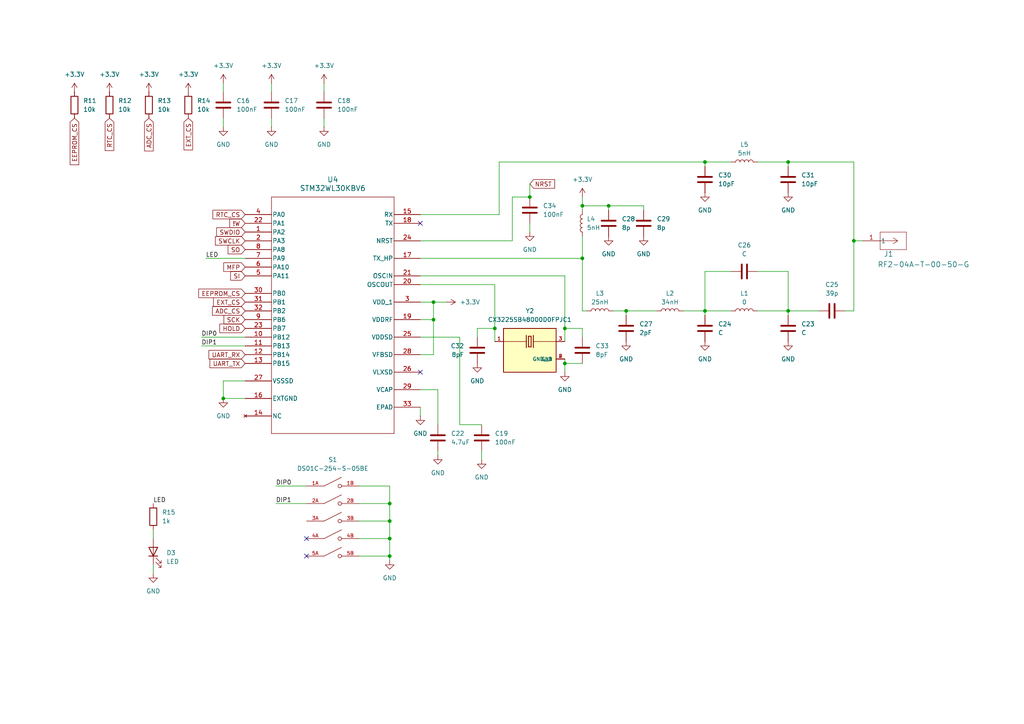
<source format=kicad_sch>
(kicad_sch (version 20250114) (generator "eeschema") (generator_version "9.0")
  (paper "A4")
  (lib_symbols
    (symbol "CX3225SB48000D0FPJC1:CX3225SB48000D0FPJC1" (pin_names (offset 1.016))
      (property "Reference" "Y" (at -7.6372 7.6315 0))
      (property "Value" "CX3225SB48000D0FPJC1" (at -7.6305 -8.8987 0))
      (symbol "CX3225SB48000D0FPJC1_0_0"
        (rectangle (start -7.62 -6.35) (end 7.62 6.35) (stroke (width 0.254)) (fill (type background)))
        (polyline (pts (xy -1.016 4.318) (xy -1.016 0.762)) (stroke (width 0.254)))
        (polyline (pts (xy -1.016 2.54) (xy -7.62 2.54)) (stroke (width 0.1524)))
        (polyline (pts (xy -0.381 4.064) (xy -0.381 1.016)) (stroke (width 0.254)))
        (polyline (pts (xy -0.381 1.016) (xy 0.381 1.016)) (stroke (width 0.254)))
        (polyline (pts (xy 0.381 4.064) (xy -0.381 4.064)) (stroke (width 0.254)))
        (polyline (pts (xy 0.381 1.016) (xy 0.381 4.064)) (stroke (width 0.254)))
        (polyline (pts (xy 1.016 4.318) (xy 1.016 0.762)) (stroke (width 0.254)))
        (polyline (pts (xy 1.016 2.54) (xy 7.62 2.54)) (stroke (width 0.1524)))
        (pin passive line (at -10.16 2.54 0) (length 2.54) (name "~") (number "1"))
        (pin passive line (at 10.16 2.54 180) (length 2.54) (name "~") (number "3"))
        (pin power_in line (at 10.16 -2.54 180) (length 2.54) (name "GND") (number "2"))
        (pin power_in line (at 10.16 -2.54 180) (length 2.54) (name "GND__1") (number "4"))
      )
    )
    (symbol "DS01C-254-S-05BE:DS01C-254-S-05BE" (pin_names (offset 1.016))
      (property "Reference" "S" (at -5.08 15.24 0))
      (property "Value" "DS01C-254-S-05BE" (at -5.08 -15.24 0))
      (symbol "DS01C-254-S-05BE_0_0"
        (polyline (pts (xy -2.54 10.16) (xy 2.54 12.7)) (stroke (width 0.1524)))
        (polyline (pts (xy -2.54 5.08) (xy 2.54 7.62)) (stroke (width 0.1524)))
        (polyline (pts (xy -2.54 0) (xy 2.54 2.54)) (stroke (width 0.1524)))
        (polyline (pts (xy -2.54 -5.08) (xy 2.54 -2.54)) (stroke (width 0.1524)))
        (polyline (pts (xy -2.54 -10.16) (xy 2.54 -7.62)) (stroke (width 0.1524)))
        (circle (center 2.032 10.16) (radius 0.508) (stroke (width 0.1524)))
        (circle (center 2.032 5.08) (radius 0.508) (stroke (width 0.1524)))
        (circle (center 2.032 0) (radius 0.508) (stroke (width 0.1524)))
        (circle (center 2.032 -5.08) (radius 0.508) (stroke (width 0.1524)))
        (circle (center 2.032 -10.16) (radius 0.508) (stroke (width 0.1524)))
        (pin passive line (at -7.62 10.16 0) (length 5.08) (name "~") (number "1A"))
        (pin passive line (at -7.62 5.08 0) (length 5.08) (name "~") (number "2A"))
        (pin passive line (at -7.62 0 0) (length 5.08) (name "~") (number "3A"))
        (pin passive line (at -7.62 -5.08 0) (length 5.08) (name "~") (number "4A"))
        (pin passive line (at -7.62 -10.16 0) (length 5.08) (name "~") (number "5A"))
        (pin passive line (at 7.62 10.16 180) (length 5.08) (name "~") (number "1B"))
        (pin passive line (at 7.62 5.08 180) (length 5.08) (name "~") (number "2B"))
        (pin passive line (at 7.62 0 180) (length 5.08) (name "~") (number "3B"))
        (pin passive line (at 7.62 -5.08 180) (length 5.08) (name "~") (number "4B"))
        (pin passive line (at 7.62 -10.16 180) (length 5.08) (name "~") (number "5B"))
      )
    )
    (symbol "Device:C" (pin_numbers (hide yes)) (pin_names (offset 0.254))
      (property "Reference" "C" (at 0.635 2.54 0))
      (property "Value" "C" (at 0.635 -2.54 0))
      (symbol "C_0_1"
        (polyline (pts (xy -2.032 0.762) (xy 2.032 0.762)) (stroke (width 0.508)))
        (polyline (pts (xy -2.032 -0.762) (xy 2.032 -0.762)) (stroke (width 0.508)))
      )
      (symbol "C_1_1"
        (pin passive line (at 0 3.81 270) (length 2.794) (name "~") (number "1"))
        (pin passive line (at 0 -3.81 90) (length 2.794) (name "~") (number "2"))
      )
    )
    (symbol "Device:L" (pin_numbers (hide yes)) (pin_names (offset 1.016) (hide yes))
      (property "Reference" "L" (at -1.27 0 90))
      (property "Value" "L" (at 1.905 0 90))
      (symbol "L_0_1"
        (arc (start 0 2.54) (mid 0.6323 1.905) (end 0 1.27))
        (arc (start 0 1.27) (mid 0.6323 0.635) (end 0 0))
        (arc (start 0 0) (mid 0.6323 -0.635) (end 0 -1.27))
        (arc (start 0 -1.27) (mid 0.6323 -1.905) (end 0 -2.54))
      )
      (symbol "L_1_1"
        (pin passive line (at 0 3.81 270) (length 1.27) (name "1") (number "1"))
        (pin passive line (at 0 -3.81 90) (length 1.27) (name "2") (number "2"))
      )
    )
    (symbol "Device:LED" (pin_numbers (hide yes)) (pin_names (offset 1.016) (hide yes))
      (property "Reference" "D" (at 0 2.54 0))
      (property "Value" "LED" (at 0 -2.54 0))
      (symbol "LED_0_1"
        (polyline (pts (xy -3.048 -0.762) (xy -4.572 -2.286) (xy -3.81 -2.286) (xy -4.572 -2.286) (xy -4.572 -1.524)))
        (polyline (pts (xy -1.778 -0.762) (xy -3.302 -2.286) (xy -2.54 -2.286) (xy -3.302 -2.286) (xy -3.302 -1.524)))
        (polyline (pts (xy -1.27 0) (xy 1.27 0)))
        (polyline (pts (xy -1.27 -1.27) (xy -1.27 1.27)) (stroke (width 0.254)))
        (polyline (pts (xy 1.27 -1.27) (xy 1.27 1.27) (xy -1.27 0) (xy 1.27 -1.27)) (stroke (width 0.254)))
      )
      (symbol "LED_1_1"
        (pin passive line (at -3.81 0 0) (length 2.54) (name "K") (number "1"))
        (pin passive line (at 3.81 0 180) (length 2.54) (name "A") (number "2"))
      )
    )
    (symbol "Device:R" (pin_numbers (hide yes)) (pin_names (offset 0))
      (property "Reference" "R" (at 2.032 0 90))
      (property "Value" "R" (at 0 0 90))
      (symbol "R_0_1"
        (rectangle (start -1.016 -2.54) (end 1.016 2.54) (stroke (width 0.254)))
      )
      (symbol "R_1_1"
        (pin passive line (at 0 3.81 270) (length 1.27) (name "~") (number "1"))
        (pin passive line (at 0 -3.81 90) (length 1.27) (name "~") (number "2"))
      )
    )
    (symbol "RF2_04A_T_00_50_G:RF2-04A-T-00-50-G" (pin_names (offset 0.254))
      (property "Reference" "J" (at 8.89 6.35 0))
      (property "Value" "RF2-04A-T-00-50-G" (at 0 0 0))
      (symbol "RF2-04A-T-00-50-G_1_1"
        (polyline (pts (xy 5.08 2.54) (xy 5.08 -2.54)) (stroke (width 0.127)))
        (polyline (pts (xy 5.08 -2.54) (xy 12.7 -2.54)) (stroke (width 0.127)))
        (polyline (pts (xy 10.16 0) (xy 5.08 0)) (stroke (width 0.127)))
        (polyline (pts (xy 10.16 0) (xy 8.89 0.8467)) (stroke (width 0.127)))
        (polyline (pts (xy 10.16 0) (xy 8.89 -0.8467)) (stroke (width 0.127)))
        (polyline (pts (xy 12.7 2.54) (xy 5.08 2.54)) (stroke (width 0.127)))
        (polyline (pts (xy 12.7 -2.54) (xy 12.7 2.54)) (stroke (width 0.127)))
        (pin unspecified line (at 0 0 0) (length 5.08) (name "1") (number "1"))
      )
      (symbol "RF2-04A-T-00-50-G_1_2"
        (polyline (pts (xy 5.08 2.54) (xy 5.08 -2.54)) (stroke (width 0.127)))
        (polyline (pts (xy 5.08 -2.54) (xy 12.7 -2.54)) (stroke (width 0.127)))
        (polyline (pts (xy 7.62 0) (xy 5.08 0)) (stroke (width 0.127)))
        (polyline (pts (xy 7.62 0) (xy 8.89 0.8467)) (stroke (width 0.127)))
        (polyline (pts (xy 7.62 0) (xy 8.89 -0.8467)) (stroke (width 0.127)))
        (polyline (pts (xy 12.7 2.54) (xy 5.08 2.54)) (stroke (width 0.127)))
        (polyline (pts (xy 12.7 -2.54) (xy 12.7 2.54)) (stroke (width 0.127)))
        (pin unspecified line (at 0 0 0) (length 5.08) (name "1") (number "1"))
      )
    )
    (symbol "STM32WL30KBV6:STM32WL30KBV6" (pin_names (offset 0.254))
      (property "Reference" "U" (at 25.4 10.16 0))
      (property "Value" "STM32WL30KBV6" (at 25.4 7.62 0))
      (symbol "STM32WL30KBV6_0_1"
        (polyline (pts (xy 7.62 5.08) (xy 7.62 -63.5)))
        (polyline (pts (xy 7.62 -63.5) (xy 43.18 -63.5)))
        (polyline (pts (xy 43.18 5.08) (xy 7.62 5.08)))
        (polyline (pts (xy 43.18 -63.5) (xy 43.18 5.08)))
        (pin bidirectional line (at 0 0 0) (length 7.62) (name "PA0") (number "4"))
        (pin bidirectional line (at 0 -2.54 0) (length 7.62) (name "PA1") (number "22"))
        (pin bidirectional line (at 0 -5.08 0) (length 7.62) (name "PA2") (number "1"))
        (pin bidirectional line (at 0 -7.62 0) (length 7.62) (name "PA3") (number "2"))
        (pin bidirectional line (at 0 -10.16 0) (length 7.62) (name "PA8") (number "8"))
        (pin bidirectional line (at 0 -12.7 0) (length 7.62) (name "PA9") (number "7"))
        (pin bidirectional line (at 0 -15.24 0) (length 7.62) (name "PA10") (number "6"))
        (pin bidirectional line (at 0 -17.78 0) (length 7.62) (name "PA11") (number "5"))
        (pin bidirectional line (at 0 -22.86 0) (length 7.62) (name "PB0") (number "30"))
        (pin bidirectional line (at 0 -25.4 0) (length 7.62) (name "PB1") (number "31"))
        (pin bidirectional line (at 0 -27.94 0) (length 7.62) (name "PB2") (number "32"))
        (pin bidirectional line (at 0 -30.48 0) (length 7.62) (name "PB6") (number "9"))
        (pin bidirectional line (at 0 -33.02 0) (length 7.62) (name "PB7") (number "23"))
        (pin bidirectional line (at 0 -35.56 0) (length 7.62) (name "PB12") (number "10"))
        (pin bidirectional line (at 0 -38.1 0) (length 7.62) (name "PB13") (number "11"))
        (pin bidirectional line (at 0 -40.64 0) (length 7.62) (name "PB14") (number "12"))
        (pin bidirectional line (at 0 -43.18 0) (length 7.62) (name "PB15") (number "13"))
        (pin power_in line (at 0 -48.26 0) (length 7.62) (name "VSSSD") (number "27"))
        (pin power_in line (at 0 -53.34 0) (length 7.62) (name "EXTGND") (number "16"))
        (pin no_connect line (at 0 -58.42 0) (length 7.62) (name "NC") (number "14"))
        (pin unspecified line (at 50.8 0 180) (length 7.62) (name "RX") (number "15"))
        (pin unspecified line (at 50.8 -2.54 180) (length 7.62) (name "TX") (number "18"))
        (pin bidirectional line (at 50.8 -7.62 180) (length 7.62) (name "NRST") (number "24"))
        (pin unspecified line (at 50.8 -12.7 180) (length 7.62) (name "TX_HP") (number "17"))
        (pin input line (at 50.8 -17.78 180) (length 7.62) (name "OSCIN") (number "21"))
        (pin output line (at 50.8 -20.32 180) (length 7.62) (name "OSCOUT") (number "20"))
        (pin power_in line (at 50.8 -25.4 180) (length 7.62) (name "VDD_1") (number "3"))
        (pin power_in line (at 50.8 -30.48 180) (length 7.62) (name "VDDRF") (number "19"))
        (pin power_in line (at 50.8 -35.56 180) (length 7.62) (name "VDDSD") (number "25"))
        (pin power_in line (at 50.8 -40.64 180) (length 7.62) (name "VFBSD") (number "28"))
        (pin power_in line (at 50.8 -45.72 180) (length 7.62) (name "VLXSD") (number "26"))
        (pin power_in line (at 50.8 -50.8 180) (length 7.62) (name "VCAP") (number "29"))
        (pin unspecified line (at 50.8 -55.88 180) (length 7.62) (name "EPAD") (number "33"))
      )
    )
    (symbol "power:+3.3V" (power) (pin_numbers (hide yes)) (pin_names (offset 0) (hide yes))
      (property "Value" "+3.3V" (at 0 3.556 0))
      (symbol "+3.3V_0_1"
        (polyline (pts (xy -0.762 1.27) (xy 0 2.54)))
        (polyline (pts (xy 0 2.54) (xy 0.762 1.27)))
        (polyline (pts (xy 0 0) (xy 0 2.54)))
      )
      (symbol "+3.3V_1_1"
        (pin power_in line (at 0 0 90) (length 0) (name "~") (number "1"))
      )
    )
    (symbol "power:GND" (power) (pin_numbers (hide yes)) (pin_names (offset 0) (hide yes))
      (property "Value" "GND" (at 0 -3.81 0))
      (symbol "GND_0_1"
        (polyline (pts (xy 0 0) (xy 0 -1.27) (xy 1.27 -1.27) (xy 0 -2.54) (xy -1.27 -1.27) (xy 0 -1.27)))
      )
      (symbol "GND_1_1"
        (pin power_in line (at 0 0 270) (length 0) (name "~") (number "1"))
      )
    )
  )
  (junction (at 247.65 69.85))
  (junction (at 168.91 59.69))
  (junction (at 113.03 156.21))
  (junction (at 153.67 57.15))
  (junction (at 163.83 105.41))
  (junction (at 125.73 92.71))
  (junction (at 228.6 90.17))
  (junction (at 181.61 90.17))
  (junction (at 113.03 151.13))
  (junction (at 125.73 87.63))
  (junction (at 113.03 146.05))
  (junction (at 64.77 115.57))
  (junction (at 143.51 95.25))
  (junction (at 168.91 74.93))
  (junction (at 228.6 46.99))
  (junction (at 113.03 161.29))
  (junction (at 163.83 95.25))
  (junction (at 204.47 90.17))
  (junction (at 176.53 59.69))
  (junction (at 204.47 46.99))
  (no_connect (at 88.9 156.21))
  (no_connect (at 121.92 107.95))
  (no_connect (at 121.92 64.77))
  (no_connect (at 88.9 161.29))
  (wire (pts (xy 127 123.19) (xy 127 113.03)))
  (wire (pts (xy 204.47 90.17) (xy 212.09 90.17)))
  (wire (pts (xy 168.91 90.17) (xy 170.18 90.17)))
  (wire (pts (xy 125.73 102.87) (xy 121.92 102.87)))
  (wire (pts (xy 153.67 64.77) (xy 153.67 67.31)))
  (wire (pts (xy 58.42 97.79) (xy 71.12 97.79)))
  (wire (pts (xy 176.53 60.96) (xy 176.53 59.69)))
  (wire (pts (xy 153.67 53.34) (xy 153.67 57.15)))
  (wire (pts (xy 138.43 97.79) (xy 138.43 95.25)))
  (wire (pts (xy 104.14 151.13) (xy 113.03 151.13)))
  (wire (pts (xy 204.47 90.17) (xy 204.47 91.44)))
  (wire (pts (xy 168.91 90.17) (xy 168.91 74.93)))
  (wire (pts (xy 247.65 69.85) (xy 247.65 46.99)))
  (wire (pts (xy 44.45 153.67) (xy 44.45 156.21)))
  (wire (pts (xy 93.98 34.29) (xy 93.98 36.83)))
  (wire (pts (xy 163.83 80.01) (xy 163.83 95.25)))
  (wire (pts (xy 143.51 95.25) (xy 143.51 82.55)))
  (wire (pts (xy 138.43 95.25) (xy 143.51 95.25)))
  (wire (pts (xy 148.59 57.15) (xy 148.59 69.85)))
  (wire (pts (xy 143.51 99.06) (xy 143.51 95.25)))
  (wire (pts (xy 127 113.03) (xy 121.92 113.03)))
  (wire (pts (xy 228.6 90.17) (xy 237.49 90.17)))
  (wire (pts (xy 148.59 57.15) (xy 153.67 57.15)))
  (wire (pts (xy 93.98 24.13) (xy 93.98 26.67)))
  (wire (pts (xy 64.77 24.13) (xy 64.77 26.67)))
  (wire (pts (xy 127 130.81) (xy 127 132.08)))
  (wire (pts (xy 78.74 24.13) (xy 78.74 26.67)))
  (wire (pts (xy 247.65 90.17) (xy 247.65 69.85)))
  (wire (pts (xy 133.35 97.79) (xy 133.35 123.19)))
  (wire (pts (xy 148.59 69.85) (xy 121.92 69.85)))
  (wire (pts (xy 168.91 57.15) (xy 168.91 59.69)))
  (wire (pts (xy 64.77 34.29) (xy 64.77 36.83)))
  (wire (pts (xy 168.91 97.79) (xy 168.91 95.25)))
  (wire (pts (xy 113.03 146.05) (xy 113.03 151.13)))
  (wire (pts (xy 113.03 156.21) (xy 104.14 156.21)))
  (wire (pts (xy 59.69 74.93) (xy 71.12 74.93)))
  (wire (pts (xy 139.7 130.81) (xy 139.7 133.35)))
  (wire (pts (xy 190.5 90.17) (xy 181.61 90.17)))
  (wire (pts (xy 113.03 161.29) (xy 113.03 162.56)))
  (wire (pts (xy 113.03 140.97) (xy 113.03 146.05)))
  (wire (pts (xy 212.09 78.74) (xy 204.47 78.74)))
  (wire (pts (xy 228.6 46.99) (xy 228.6 48.26)))
  (wire (pts (xy 247.65 69.85) (xy 250.19 69.85)))
  (wire (pts (xy 204.47 46.99) (xy 212.09 46.99)))
  (wire (pts (xy 168.91 59.69) (xy 176.53 59.69)))
  (wire (pts (xy 71.12 110.49) (xy 64.77 110.49)))
  (wire (pts (xy 168.91 74.93) (xy 121.92 74.93)))
  (wire (pts (xy 104.14 140.97) (xy 113.03 140.97)))
  (wire (pts (xy 163.83 105.41) (xy 163.83 104.14)))
  (wire (pts (xy 144.78 62.23) (xy 144.78 46.99)))
  (wire (pts (xy 121.92 87.63) (xy 125.73 87.63)))
  (wire (pts (xy 64.77 115.57) (xy 71.12 115.57)))
  (wire (pts (xy 163.83 80.01) (xy 121.92 80.01)))
  (wire (pts (xy 121.92 62.23) (xy 144.78 62.23)))
  (wire (pts (xy 204.47 78.74) (xy 204.47 90.17)))
  (wire (pts (xy 228.6 78.74) (xy 228.6 90.17)))
  (wire (pts (xy 168.91 68.58) (xy 168.91 74.93)))
  (wire (pts (xy 44.45 166.37) (xy 44.45 163.83)))
  (wire (pts (xy 198.12 90.17) (xy 204.47 90.17)))
  (wire (pts (xy 58.42 100.33) (xy 71.12 100.33)))
  (wire (pts (xy 144.78 46.99) (xy 204.47 46.99)))
  (wire (pts (xy 168.91 95.25) (xy 163.83 95.25)))
  (wire (pts (xy 163.83 107.95) (xy 163.83 105.41)))
  (wire (pts (xy 113.03 161.29) (xy 113.03 156.21)))
  (wire (pts (xy 186.69 59.69) (xy 176.53 59.69)))
  (wire (pts (xy 125.73 92.71) (xy 125.73 102.87)))
  (wire (pts (xy 125.73 87.63) (xy 129.54 87.63)))
  (wire (pts (xy 219.71 90.17) (xy 228.6 90.17)))
  (wire (pts (xy 113.03 151.13) (xy 113.03 156.21)))
  (wire (pts (xy 133.35 123.19) (xy 139.7 123.19)))
  (wire (pts (xy 219.71 46.99) (xy 228.6 46.99)))
  (wire (pts (xy 186.69 60.96) (xy 186.69 59.69)))
  (wire (pts (xy 247.65 46.99) (xy 228.6 46.99)))
  (wire (pts (xy 143.51 82.55) (xy 121.92 82.55)))
  (wire (pts (xy 121.92 118.11) (xy 121.92 120.65)))
  (wire (pts (xy 121.92 92.71) (xy 125.73 92.71)))
  (wire (pts (xy 80.01 146.05) (xy 88.9 146.05)))
  (wire (pts (xy 64.77 110.49) (xy 64.77 115.57)))
  (wire (pts (xy 80.01 140.97) (xy 88.9 140.97)))
  (wire (pts (xy 204.47 46.99) (xy 204.47 48.26)))
  (wire (pts (xy 177.8 90.17) (xy 181.61 90.17)))
  (wire (pts (xy 245.11 90.17) (xy 247.65 90.17)))
  (wire (pts (xy 125.73 92.71) (xy 125.73 87.63)))
  (wire (pts (xy 121.92 97.79) (xy 133.35 97.79)))
  (wire (pts (xy 181.61 90.17) (xy 181.61 91.44)))
  (wire (pts (xy 219.71 78.74) (xy 228.6 78.74)))
  (wire (pts (xy 168.91 59.69) (xy 168.91 60.96)))
  (wire (pts (xy 104.14 146.05) (xy 113.03 146.05)))
  (wire (pts (xy 104.14 161.29) (xy 113.03 161.29)))
  (wire (pts (xy 163.83 99.06) (xy 163.83 95.25)))
  (wire (pts (xy 78.74 34.29) (xy 78.74 36.83)))
  (wire (pts (xy 228.6 90.17) (xy 228.6 91.44)))
  (wire (pts (xy 163.83 105.41) (xy 168.91 105.41)))
  (label "LED" (at 59.69 74.93 0))
  (label "DIP1" (at 80.01 146.05 0))
  (label "DIP0" (at 58.42 97.79 0))
  (label "DIP0" (at 80.01 140.97 0))
  (label "DIP1" (at 58.42 100.33 0))
  (label "LED" (at 44.45 146.05 0))
  (global_label "SO" (shape input) (at 71.12 72.39 180) (property "Intersheetrefs" "${INTERSHEET_REFS}" (effects (hide yes))))
  (global_label "EEPROM_CS" (shape input) (at 21.59 34.29 270) (property "Intersheetrefs" "${INTERSHEET_REFS}" (effects (hide yes))))
  (global_label "UART_RX" (shape input) (at 71.12 102.87 180) (property "Intersheetrefs" "${INTERSHEET_REFS}" (effects (hide yes))))
  (global_label "SWCLK" (shape input) (at 71.12 69.85 180) (property "Intersheetrefs" "${INTERSHEET_REFS}" (effects (hide yes))))
  (global_label "ADC_CS" (shape input) (at 43.18 34.29 270) (property "Intersheetrefs" "${INTERSHEET_REFS}" (effects (hide yes))))
  (global_label "EXT_CS" (shape input) (at 54.61 34.29 270) (property "Intersheetrefs" "${INTERSHEET_REFS}" (effects (hide yes))))
  (global_label "HOLD" (shape input) (at 71.12 95.25 180) (property "Intersheetrefs" "${INTERSHEET_REFS}" (effects (hide yes))))
  (global_label "MFP" (shape input) (at 71.12 77.47 180) (property "Intersheetrefs" "${INTERSHEET_REFS}" (effects (hide yes))))
  (global_label "RTC_CS" (shape input) (at 31.75 34.29 270) (property "Intersheetrefs" "${INTERSHEET_REFS}" (effects (hide yes))))
  (global_label "SI" (shape input) (at 71.12 80.01 180) (property "Intersheetrefs" "${INTERSHEET_REFS}" (effects (hide yes))))
  (global_label "SWDIO" (shape input) (at 71.12 67.31 180) (property "Intersheetrefs" "${INTERSHEET_REFS}" (effects (hide yes))))
  (global_label "UART_TX" (shape input) (at 71.12 105.41 180) (property "Intersheetrefs" "${INTERSHEET_REFS}" (effects (hide yes))))
  (global_label "EEPROM_CS" (shape input) (at 71.12 85.09 180) (property "Intersheetrefs" "${INTERSHEET_REFS}" (effects (hide yes))))
  (global_label "ADC_CS" (shape input) (at 71.12 90.17 180) (property "Intersheetrefs" "${INTERSHEET_REFS}" (effects (hide yes))))
  (global_label "!W" (shape input) (at 71.12 64.77 180) (property "Intersheetrefs" "${INTERSHEET_REFS}" (effects (hide yes))))
  (global_label "RTC_CS" (shape input) (at 71.12 62.23 180) (property "Intersheetrefs" "${INTERSHEET_REFS}" (effects (hide yes))))
  (global_label "EXT_CS" (shape input) (at 71.12 87.63 180) (property "Intersheetrefs" "${INTERSHEET_REFS}" (effects (hide yes))))
  (global_label "SCK" (shape input) (at 71.12 92.71 180) (property "Intersheetrefs" "${INTERSHEET_REFS}" (effects (hide yes))))
  (global_label "NRST" (shape input) (at 153.67 53.34 0) (property "Intersheetrefs" "${INTERSHEET_REFS}" (effects (hide yes))))
  (symbol (lib_id "Device:R") (at 54.61 30.48 0) (unit 1)
    (property "Reference" "R14" (at 57.15 29.2099 0) (effects (justify left)))
    (property "Value" "10k" (at 57.15 31.7499 0) (effects (justify left)))
    (property "Footprint" "Resistor_SMD:R_0603_1608Metric_Pad0.98x0.95mm_HandSolder" (effects (hide yes)))
    (property "Description" "Resistor" (effects (hide yes)))
  )
  (symbol (lib_id "Device:C") (at 215.9 78.74 90) (unit 1)
    (property "Reference" "C26" (at 215.9 71.12 90))
    (property "Value" "C" (at 215.9 73.66 90))
    (property "Footprint" "Capacitor_SMD:C_0603_1608Metric_Pad1.08x0.95mm_HandSolder" (effects (hide yes)))
    (property "Description" "Unpolarized capacitor" (effects (hide yes)))
  )
  (symbol (lib_id "power:+3.3V") (at 21.59 26.67 0) (unit 1)
    (property "Reference" "#PWR061" (effects (hide yes)))
    (property "Value" "+3.3V" (at 21.59 21.59 0))
    (property "Description" "Power symbol creates a global label with name \"+3.3V\"" (effects (hide yes)))
  )
  (symbol (lib_id "Device:C") (at 204.47 52.07 0) (unit 1)
    (property "Reference" "C30" (at 208.28 50.7999 0) (effects (justify left)))
    (property "Value" "10pF" (at 208.28 53.3399 0) (effects (justify left)))
    (property "Footprint" "Capacitor_SMD:C_0603_1608Metric_Pad1.08x0.95mm_HandSolder" (effects (hide yes)))
    (property "Description" "Unpolarized capacitor" (effects (hide yes)))
  )
  (symbol (lib_id "power:GND") (at 93.98 36.83 0) (unit 1)
    (property "Reference" "#PWR040" (effects (hide yes)))
    (property "Value" "GND" (at 93.98 41.91 0))
    (property "Description" "Power symbol creates a global label with name \"GND\" , ground" (effects (hide yes)))
  )
  (symbol (lib_id "power:+3.3V") (at 93.98 24.13 0) (unit 1)
    (property "Reference" "#PWR039" (effects (hide yes)))
    (property "Value" "+3.3V" (at 93.98 19.05 0))
    (property "Description" "Power symbol creates a global label with name \"+3.3V\"" (effects (hide yes)))
  )
  (symbol (lib_id "power:GND") (at 153.67 67.31 0) (unit 1)
    (property "Reference" "#PWR082" (effects (hide yes)))
    (property "Value" "GND" (at 153.67 72.39 0))
    (property "Description" "Power symbol creates a global label with name \"GND\" , ground" (effects (hide yes)))
  )
  (symbol (lib_id "Device:R") (at 21.59 30.48 0) (unit 1)
    (property "Reference" "R11" (at 24.13 29.2099 0) (effects (justify left)))
    (property "Value" "10k" (at 24.13 31.7499 0) (effects (justify left)))
    (property "Footprint" "Resistor_SMD:R_0603_1608Metric_Pad0.98x0.95mm_HandSolder" (effects (hide yes)))
    (property "Description" "Resistor" (effects (hide yes)))
  )
  (symbol (lib_id "Device:C") (at 127 127 0) (unit 1)
    (property "Reference" "C22" (at 130.81 125.7299 0) (effects (justify left)))
    (property "Value" "4.7uF" (at 130.81 128.2699 0) (effects (justify left)))
    (property "Footprint" "Capacitor_SMD:C_0603_1608Metric_Pad1.08x0.95mm_HandSolder" (effects (hide yes)))
    (property "Description" "Unpolarized capacitor" (effects (hide yes)))
  )
  (symbol (lib_id "power:+3.3V") (at 64.77 24.13 0) (unit 1)
    (property "Reference" "#PWR035" (effects (hide yes)))
    (property "Value" "+3.3V" (at 64.77 19.05 0))
    (property "Description" "Power symbol creates a global label with name \"+3.3V\"" (effects (hide yes)))
  )
  (symbol (lib_id "Device:R") (at 43.18 30.48 0) (unit 1)
    (property "Reference" "R13" (at 45.72 29.2099 0) (effects (justify left)))
    (property "Value" "10k" (at 45.72 31.7499 0) (effects (justify left)))
    (property "Footprint" "Resistor_SMD:R_0603_1608Metric_Pad0.98x0.95mm_HandSolder" (effects (hide yes)))
    (property "Description" "Resistor" (effects (hide yes)))
  )
  (symbol (lib_id "CX3225SB48000D0FPJC1:CX3225SB48000D0FPJC1") (at 153.67 101.6 0) (unit 1)
    (property "Reference" "Y2" (at 153.67 90.17 0))
    (property "Value" "CX3225SB48000D0FPJC1" (at 153.67 92.71 0))
    (property "Footprint" "Footprints:OSCCC320X250X60N" (effects (hide yes)))
    (property "MF" "Kyocera International" (effects (hide yes)))
    (property "DESCRIPTION" "Crystal 25.0000mhz 8pf Smd" (effects (hide yes)))
    (property "PACKAGE" "SMD-4 AVX / Kyocera" (effects (hide yes)))
    (property "PRICE" "None" (effects (hide yes)))
    (property "STANDARD" "IPC-7351B" (effects (hide yes)))
    (property "PARTREV" "N/A" (effects (hide yes)))
    (property "MP" "CX3225SB25000D0FPLCC" (effects (hide yes)))
    (property "AVAILABILITY" "Unavailable" (effects (hide yes)))
  )
  (symbol (lib_id "Device:C") (at 139.7 127 0) (unit 1)
    (property "Reference" "C19" (at 143.51 125.7299 0) (effects (justify left)))
    (property "Value" "100nF" (at 143.51 128.2699 0) (effects (justify left)))
    (property "Footprint" "Capacitor_SMD:C_0603_1608Metric_Pad1.08x0.95mm_HandSolder" (effects (hide yes)))
    (property "Description" "Unpolarized capacitor" (effects (hide yes)))
  )
  (symbol (lib_id "power:+3.3V") (at 43.18 26.67 0) (unit 1)
    (property "Reference" "#PWR063" (effects (hide yes)))
    (property "Value" "+3.3V" (at 43.18 21.59 0))
    (property "Description" "Power symbol creates a global label with name \"+3.3V\"" (effects (hide yes)))
  )
  (symbol (lib_id "power:GND") (at 64.77 36.83 0) (unit 1)
    (property "Reference" "#PWR036" (effects (hide yes)))
    (property "Value" "GND" (at 64.77 41.91 0))
    (property "Description" "Power symbol creates a global label with name \"GND\" , ground" (effects (hide yes)))
  )
  (symbol (lib_id "Device:L") (at 173.99 90.17 90) (unit 1)
    (property "Reference" "L3" (at 173.99 85.09 90))
    (property "Value" "25nH" (at 173.99 87.63 90))
    (property "Footprint" "Inductor_SMD:L_0603_1608Metric_Pad1.05x0.95mm_HandSolder" (effects (hide yes)))
    (property "Description" "Inductor" (effects (hide yes)))
  )
  (symbol (lib_id "Device:C") (at 93.98 30.48 0) (unit 1)
    (property "Reference" "C18" (at 97.79 29.2099 0) (effects (justify left)))
    (property "Value" "100nF" (at 97.79 31.7499 0) (effects (justify left)))
    (property "Footprint" "Capacitor_SMD:C_0603_1608Metric_Pad1.08x0.95mm_HandSolder" (effects (hide yes)))
    (property "Description" "Unpolarized capacitor" (effects (hide yes)))
  )
  (symbol (lib_id "power:GND") (at 204.47 99.06 0) (unit 1)
    (property "Reference" "#PWR051" (effects (hide yes)))
    (property "Value" "GND" (at 204.47 104.14 0))
    (property "Description" "Power symbol creates a global label with name \"GND\" , ground" (effects (hide yes)))
  )
  (symbol (lib_id "power:GND") (at 163.83 107.95 0) (unit 1)
    (property "Reference" "#PWR059" (effects (hide yes)))
    (property "Value" "GND" (at 163.83 113.03 0))
    (property "Description" "Power symbol creates a global label with name \"GND\" , ground" (effects (hide yes)))
  )
  (symbol (lib_id "Device:R") (at 31.75 30.48 0) (unit 1)
    (property "Reference" "R12" (at 34.29 29.2099 0) (effects (justify left)))
    (property "Value" "10k" (at 34.29 31.7499 0) (effects (justify left)))
    (property "Footprint" "Resistor_SMD:R_0603_1608Metric_Pad0.98x0.95mm_HandSolder" (effects (hide yes)))
    (property "Description" "Resistor" (effects (hide yes)))
  )
  (symbol (lib_id "Device:C") (at 204.47 95.25 0) (unit 1)
    (property "Reference" "C24" (at 208.28 93.9799 0) (effects (justify left)))
    (property "Value" "C" (at 208.28 96.5199 0) (effects (justify left)))
    (property "Footprint" "Capacitor_SMD:C_0603_1608Metric_Pad1.08x0.95mm_HandSolder" (effects (hide yes)))
    (property "Description" "Unpolarized capacitor" (effects (hide yes)))
  )
  (symbol (lib_id "power:GND") (at 181.61 99.06 0) (unit 1)
    (property "Reference" "#PWR050" (effects (hide yes)))
    (property "Value" "GND" (at 181.61 104.14 0))
    (property "Description" "Power symbol creates a global label with name \"GND\" , ground" (effects (hide yes)))
  )
  (symbol (lib_id "power:GND") (at 186.69 68.58 0) (unit 1)
    (property "Reference" "#PWR053" (effects (hide yes)))
    (property "Value" "GND" (at 186.69 73.66 0))
    (property "Description" "Power symbol creates a global label with name \"GND\" , ground" (effects (hide yes)))
  )
  (symbol (lib_id "power:GND") (at 228.6 55.88 0) (unit 1)
    (property "Reference" "#PWR057" (effects (hide yes)))
    (property "Value" "GND" (at 228.6 60.96 0))
    (property "Description" "Power symbol creates a global label with name \"GND\" , ground" (effects (hide yes)))
  )
  (symbol (lib_id "Device:L") (at 194.31 90.17 90) (unit 1)
    (property "Reference" "L2" (at 194.31 85.09 90))
    (property "Value" "34nH" (at 194.31 87.63 90))
    (property "Footprint" "Inductor_SMD:L_0603_1608Metric_Pad1.05x0.95mm_HandSolder" (effects (hide yes)))
    (property "Description" "Inductor" (effects (hide yes)))
  )
  (symbol (lib_id "Device:C") (at 186.69 64.77 0) (unit 1)
    (property "Reference" "C29" (at 190.5 63.4999 0) (effects (justify left)))
    (property "Value" "8p" (at 190.5 66.0399 0) (effects (justify left)))
    (property "Footprint" "Capacitor_SMD:C_0603_1608Metric_Pad1.08x0.95mm_HandSolder" (effects (hide yes)))
    (property "Description" "Unpolarized capacitor" (effects (hide yes)))
  )
  (symbol (lib_id "power:+3.3V") (at 168.91 57.15 0) (unit 1)
    (property "Reference" "#PWR055" (effects (hide yes)))
    (property "Value" "+3.3V" (at 168.91 52.07 0))
    (property "Description" "Power symbol creates a global label with name \"+3.3V\"" (effects (hide yes)))
  )
  (symbol (lib_id "Device:C") (at 138.43 101.6 0) (mirror y) (unit 1)
    (property "Reference" "C32" (at 134.62 100.3299 0) (effects (justify left)))
    (property "Value" "8pF" (at 134.62 102.8699 0) (effects (justify left)))
    (property "Footprint" "Capacitor_SMD:C_0603_1608Metric_Pad1.08x0.95mm_HandSolder" (effects (hide yes)))
    (property "Description" "Unpolarized capacitor" (effects (hide yes)))
  )
  (symbol (lib_id "Device:R") (at 44.45 149.86 0) (unit 1)
    (property "Reference" "R15" (at 46.99 148.5899 0) (effects (justify left)))
    (property "Value" "1k" (at 46.99 151.1299 0) (effects (justify left)))
    (property "Footprint" "Resistor_SMD:R_0603_1608Metric_Pad0.98x0.95mm_HandSolder" (effects (hide yes)))
    (property "Description" "Resistor" (effects (hide yes)))
  )
  (symbol (lib_id "power:GND") (at 78.74 36.83 0) (unit 1)
    (property "Reference" "#PWR038" (effects (hide yes)))
    (property "Value" "GND" (at 78.74 41.91 0))
    (property "Description" "Power symbol creates a global label with name \"GND\" , ground" (effects (hide yes)))
  )
  (symbol (lib_id "power:GND") (at 44.45 166.37 0) (unit 1)
    (property "Reference" "#PWR083" (effects (hide yes)))
    (property "Value" "GND" (at 44.45 171.45 0))
    (property "Description" "Power symbol creates a global label with name \"GND\" , ground" (effects (hide yes)))
  )
  (symbol (lib_id "power:+3.3V") (at 54.61 26.67 0) (unit 1)
    (property "Reference" "#PWR064" (effects (hide yes)))
    (property "Value" "+3.3V" (at 54.61 21.59 0))
    (property "Description" "Power symbol creates a global label with name \"+3.3V\"" (effects (hide yes)))
  )
  (symbol (lib_id "power:GND") (at 138.43 105.41 0) (unit 1)
    (property "Reference" "#PWR060" (effects (hide yes)))
    (property "Value" "GND" (at 138.43 110.49 0))
    (property "Description" "Power symbol creates a global label with name \"GND\" , ground" (effects (hide yes)))
  )
  (symbol (lib_id "Device:C") (at 64.77 30.48 0) (unit 1)
    (property "Reference" "C16" (at 68.58 29.2099 0) (effects (justify left)))
    (property "Value" "100nF" (at 68.58 31.7499 0) (effects (justify left)))
    (property "Footprint" "Capacitor_SMD:C_0603_1608Metric_Pad1.08x0.95mm_HandSolder" (effects (hide yes)))
    (property "Description" "Unpolarized capacitor" (effects (hide yes)))
  )
  (symbol (lib_id "power:+3.3V") (at 78.74 24.13 0) (unit 1)
    (property "Reference" "#PWR037" (effects (hide yes)))
    (property "Value" "+3.3V" (at 78.74 19.05 0))
    (property "Description" "Power symbol creates a global label with name \"+3.3V\"" (effects (hide yes)))
  )
  (symbol (lib_id "STM32WL30KBV6:STM32WL30KBV6") (at 71.12 62.23 0) (unit 1)
    (property "Reference" "U4" (at 96.52 52.07 0) (effects (font (size 1.524 1.524))))
    (property "Value" "STM32WL30KBV6" (at 96.52 54.61 0) (effects (font (size 1.524 1.524))))
    (property "Footprint" "Footprints:STM32WL30KBV6-L" (effects (hide yes)))
    (property "Datasheet" "https://www.st.com/resource/en/datasheet/stm32wl30k8.pdf" (effects (hide yes)))
  )
  (symbol (lib_id "power:GND") (at 228.6 99.06 0) (unit 1)
    (property "Reference" "#PWR052" (effects (hide yes)))
    (property "Value" "GND" (at 228.6 104.14 0))
    (property "Description" "Power symbol creates a global label with name \"GND\" , ground" (effects (hide yes)))
  )
  (symbol (lib_id "RF2_04A_T_00_50_G:RF2-04A-T-00-50-G") (at 250.19 69.85 0) (unit 1)
    (property "Reference" "J1" (at 256.286 73.66 0) (effects (font (size 1.524 1.524)) (justify left)))
    (property "Value" "RF2-04A-T-00-50-G" (at 254.508 76.708 0) (effects (font (size 1.524 1.524)) (justify left)))
    (property "Footprint" "Footprints:CONN_RF2-04A-T-00-50-G_ADM" (effects (hide yes)))
    (property "Datasheet" "RF2-04A-T-00-50-G" (effects (hide yes)))
  )
  (symbol (lib_id "Device:C") (at 168.91 101.6 0) (unit 1)
    (property "Reference" "C33" (at 172.72 100.3299 0) (effects (justify left)))
    (property "Value" "8pF" (at 172.72 102.8699 0) (effects (justify left)))
    (property "Footprint" "Capacitor_SMD:C_0603_1608Metric_Pad1.08x0.95mm_HandSolder" (effects (hide yes)))
    (property "Description" "Unpolarized capacitor" (effects (hide yes)))
  )
  (symbol (lib_id "Device:L") (at 168.91 64.77 180) (unit 1)
    (property "Reference" "L4" (at 170.18 63.4999 0) (effects (justify right)))
    (property "Value" "5nH" (at 170.18 66.0399 0) (effects (justify right)))
    (property "Footprint" "Inductor_SMD:L_0603_1608Metric_Pad1.05x0.95mm_HandSolder" (effects (hide yes)))
    (property "Description" "Inductor" (effects (hide yes)))
  )
  (symbol (lib_id "Device:L") (at 215.9 46.99 90) (unit 1)
    (property "Reference" "L5" (at 215.9 41.91 90))
    (property "Value" "5nH" (at 215.9 44.45 90))
    (property "Footprint" "Inductor_SMD:L_0603_1608Metric_Pad1.05x0.95mm_HandSolder" (effects (hide yes)))
    (property "Description" "Inductor" (effects (hide yes)))
  )
  (symbol (lib_id "power:GND") (at 204.47 55.88 0) (unit 1)
    (property "Reference" "#PWR056" (effects (hide yes)))
    (property "Value" "GND" (at 204.47 60.96 0))
    (property "Description" "Power symbol creates a global label with name \"GND\" , ground" (effects (hide yes)))
  )
  (symbol (lib_id "power:GND") (at 64.77 115.57 0) (unit 1)
    (property "Reference" "#PWR049" (effects (hide yes)))
    (property "Value" "GND" (at 64.77 120.65 0))
    (property "Description" "Power symbol creates a global label with name \"GND\" , ground" (effects (hide yes)))
  )
  (symbol (lib_id "power:+3.3V") (at 129.54 87.63 270) (unit 1)
    (property "Reference" "#PWR058" (effects (hide yes)))
    (property "Value" "+3.3V" (at 133.35 87.6299 90) (effects (justify left)))
    (property "Description" "Power symbol creates a global label with name \"+3.3V\"" (effects (hide yes)))
  )
  (symbol (lib_id "power:+3.3V") (at 31.75 26.67 0) (unit 1)
    (property "Reference" "#PWR062" (effects (hide yes)))
    (property "Value" "+3.3V" (at 31.75 21.59 0))
    (property "Description" "Power symbol creates a global label with name \"+3.3V\"" (effects (hide yes)))
  )
  (symbol (lib_id "power:GND") (at 113.03 162.56 0) (unit 1)
    (property "Reference" "#PWR034" (effects (hide yes)))
    (property "Value" "GND" (at 113.03 167.64 0))
    (property "Description" "Power symbol creates a global label with name \"GND\" , ground" (effects (hide yes)))
  )
  (symbol (lib_id "Device:C") (at 228.6 95.25 0) (unit 1)
    (property "Reference" "C23" (at 232.41 93.9799 0) (effects (justify left)))
    (property "Value" "C" (at 232.41 96.5199 0) (effects (justify left)))
    (property "Footprint" "Capacitor_SMD:C_0603_1608Metric_Pad1.08x0.95mm_HandSolder" (effects (hide yes)))
    (property "Description" "Unpolarized capacitor" (effects (hide yes)))
  )
  (symbol (lib_id "Device:C") (at 228.6 52.07 0) (unit 1)
    (property "Reference" "C31" (at 232.41 50.7999 0) (effects (justify left)))
    (property "Value" "10pF" (at 232.41 53.3399 0) (effects (justify left)))
    (property "Footprint" "Capacitor_SMD:C_0603_1608Metric_Pad1.08x0.95mm_HandSolder" (effects (hide yes)))
    (property "Description" "Unpolarized capacitor" (effects (hide yes)))
  )
  (symbol (lib_id "power:GND") (at 176.53 68.58 0) (unit 1)
    (property "Reference" "#PWR054" (effects (hide yes)))
    (property "Value" "GND" (at 176.53 73.66 0))
    (property "Description" "Power symbol creates a global label with name \"GND\" , ground" (effects (hide yes)))
  )
  (symbol (lib_id "power:GND") (at 127 132.08 0) (unit 1)
    (property "Reference" "#PWR048" (effects (hide yes)))
    (property "Value" "GND" (at 127 137.16 0))
    (property "Description" "Power symbol creates a global label with name \"GND\" , ground" (effects (hide yes)))
  )
  (symbol (lib_id "power:GND") (at 139.7 133.35 0) (unit 1)
    (property "Reference" "#PWR042" (effects (hide yes)))
    (property "Value" "GND" (at 139.7 138.43 0))
    (property "Description" "Power symbol creates a global label with name \"GND\" , ground" (effects (hide yes)))
  )
  (symbol (lib_id "Device:C") (at 153.67 60.96 0) (unit 1)
    (property "Reference" "C34" (at 157.48 59.6899 0) (effects (justify left)))
    (property "Value" "100nF" (at 157.48 62.2299 0) (effects (justify left)))
    (property "Footprint" "Capacitor_SMD:C_0603_1608Metric_Pad1.08x0.95mm_HandSolder" (effects (hide yes)))
    (property "Description" "Unpolarized capacitor" (effects (hide yes)))
  )
  (symbol (lib_id "DS01C-254-S-05BE:DS01C-254-S-05BE") (at 96.52 151.13 0) (unit 1)
    (property "Reference" "S1" (at 96.52 133.35 0))
    (property "Value" "DS01C-254-S-05BE" (at 96.52 135.89 0))
    (property "Footprint" "Footprints:SW_DS01C-254-S-05BE" (effects (hide yes)))
    (property "PARTREV" "1.0" (effects (hide yes)))
    (property "MANUFACTURER" "CUI" (effects (hide yes)))
    (property "MAXIMUM_PACKAGE_HEIGHT" "7.0mm" (effects (hide yes)))
    (property "STANDARD" "Manufacturer recommendations" (effects (hide yes)))
  )
  (symbol (lib_id "Device:L") (at 215.9 90.17 90) (unit 1)
    (property "Reference" "L1" (at 215.9 85.09 90))
    (property "Value" "0" (at 215.9 87.63 90))
    (property "Footprint" "Inductor_SMD:L_0603_1608Metric_Pad1.05x0.95mm_HandSolder" (effects (hide yes)))
    (property "Description" "Inductor" (effects (hide yes)))
  )
  (symbol (lib_id "Device:C") (at 181.61 95.25 0) (unit 1)
    (property "Reference" "C27" (at 185.42 93.9799 0) (effects (justify left)))
    (property "Value" "2pF" (at 185.42 96.5199 0) (effects (justify left)))
    (property "Footprint" "Capacitor_SMD:C_0603_1608Metric_Pad1.08x0.95mm_HandSolder" (effects (hide yes)))
    (property "Description" "Unpolarized capacitor" (effects (hide yes)))
  )
  (symbol (lib_id "Device:C") (at 241.3 90.17 90) (unit 1)
    (property "Reference" "C25" (at 241.3 82.55 90))
    (property "Value" "39p" (at 241.3 85.09 90))
    (property "Footprint" "Capacitor_SMD:C_0603_1608Metric_Pad1.08x0.95mm_HandSolder" (effects (hide yes)))
    (property "Description" "Unpolarized capacitor" (effects (hide yes)))
  )
  (symbol (lib_id "Device:C") (at 176.53 64.77 0) (unit 1)
    (property "Reference" "C28" (at 180.34 63.4999 0) (effects (justify left)))
    (property "Value" "8p" (at 180.34 66.0399 0) (effects (justify left)))
    (property "Footprint" "Capacitor_SMD:C_0603_1608Metric_Pad1.08x0.95mm_HandSolder" (effects (hide yes)))
    (property "Description" "Unpolarized capacitor" (effects (hide yes)))
  )
  (symbol (lib_id "power:GND") (at 121.92 120.65 0) (unit 1)
    (property "Reference" "#PWR047" (effects (hide yes)))
    (property "Value" "GND" (at 121.92 125.73 0))
    (property "Description" "Power symbol creates a global label with name \"GND\" , ground" (effects (hide yes)))
  )
  (symbol (lib_id "Device:C") (at 78.74 30.48 0) (unit 1)
    (property "Reference" "C17" (at 82.55 29.2099 0) (effects (justify left)))
    (property "Value" "100nF" (at 82.55 31.7499 0) (effects (justify left)))
    (property "Footprint" "Capacitor_SMD:C_0603_1608Metric_Pad1.08x0.95mm_HandSolder" (effects (hide yes)))
    (property "Description" "Unpolarized capacitor" (effects (hide yes)))
  )
  (symbol (lib_id "Device:LED") (at 44.45 160.02 90) (unit 1)
    (property "Reference" "D3" (at 48.26 160.3374 90) (effects (justify right)))
    (property "Value" "LED" (at 48.26 162.8774 90) (effects (justify right)))
    (property "Footprint" "LED_SMD:LED_0603_1608Metric_Pad1.05x0.95mm_HandSolder" (effects (hide yes)))
    (property "Description" "Light emitting diode" (effects (hide yes)))
    (property "Sim.Pins" "1=K 2=A" (effects (hide yes)))
  )
)
</source>
